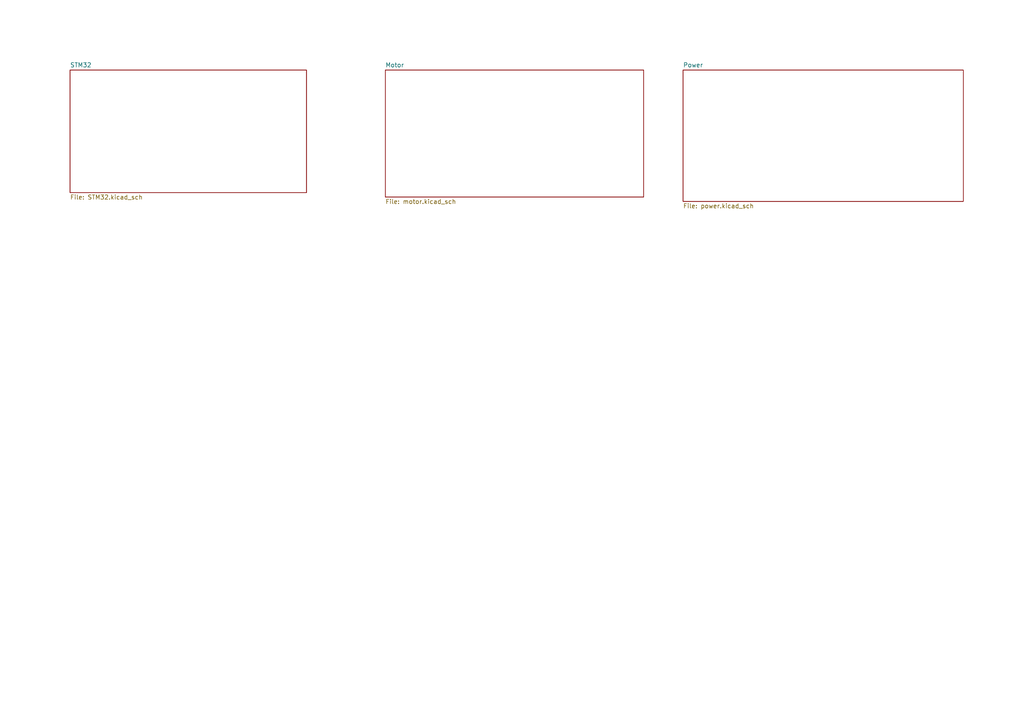
<source format=kicad_sch>
(kicad_sch (version 20230121) (generator eeschema)
  (paper "A4")
  (title_block (title "robot") (date "2023-09-19") (rev "Dorian, Gale, Clément, Laksan") (company "ENSEA"))
  (lib_symbols)
  (sheet (at 20.32 20.32) (size 68.58 35.56) (stroke (width 0.1524))
    (property "Sheetname" "STM32" (at 20.32 19.6084 0) (effects (justify left bottom)))
    (property "Sheetfile" "STM32.kicad_sch" (at 20.32 56.4646 0) (effects (justify left top)))
  )
  (sheet (at 111.76 20.32) (size 74.93 36.83) (stroke (width 0.1524))
    (property "Sheetname" "Motor" (at 111.76 19.6084 0) (effects (justify left bottom)))
    (property "Sheetfile" "motor.kicad_sch" (at 111.76 57.7346 0) (effects (justify left top)))
  )
  (sheet (at 198.12 20.32) (size 81.28 38.1) (stroke (width 0.1524))
    (property "Sheetname" "Power" (at 198.12 19.6084 0) (effects (justify left bottom)))
    (property "Sheetfile" "power.kicad_sch" (at 198.12 59.0046 0) (effects (justify left top)))
  )
)
</source>
